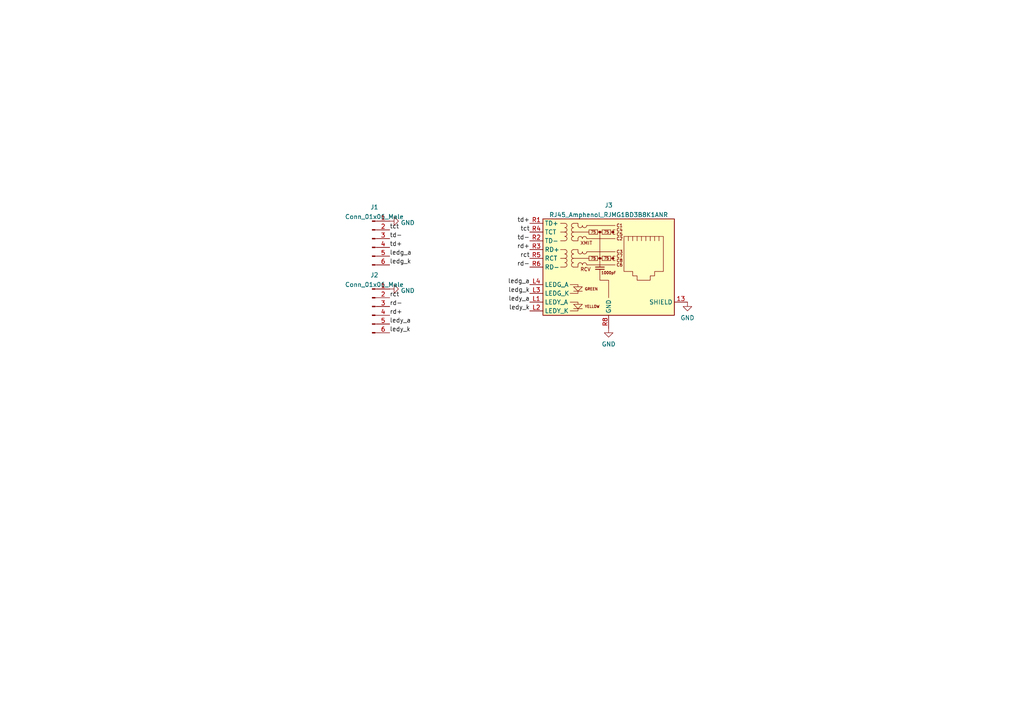
<source format=kicad_sch>
(kicad_sch (version 20211123) (generator eeschema)
  (paper "A4")
  (lib_symbols
    (symbol "Connector:Conn_01x06_Male" (pin_names (offset 1.016) hide)
      (property "Reference" "J" (at 0 7.62 0))
      (property "Value" "Conn_01x06_Male" (at 0 -10.16 0))
      (symbol "Conn_01x06_Male_1_1"
        (polyline (pts (xy 1.27 -7.62) (xy 0.8636 -7.62)) (stroke (width 0.1524)))
        (polyline (pts (xy 1.27 -5.08) (xy 0.8636 -5.08)) (stroke (width 0.1524)))
        (polyline (pts (xy 1.27 -2.54) (xy 0.8636 -2.54)) (stroke (width 0.1524)))
        (polyline (pts (xy 1.27 0) (xy 0.8636 0)) (stroke (width 0.1524)))
        (polyline (pts (xy 1.27 2.54) (xy 0.8636 2.54)) (stroke (width 0.1524)))
        (polyline (pts (xy 1.27 5.08) (xy 0.8636 5.08)) (stroke (width 0.1524)))
        (rectangle (start 0.8636 -7.493) (end 0 -7.747) (stroke (width 0.1524)) (fill (type outline)))
        (rectangle (start 0.8636 -4.953) (end 0 -5.207) (stroke (width 0.1524)) (fill (type outline)))
        (rectangle (start 0.8636 -2.413) (end 0 -2.667) (stroke (width 0.1524)) (fill (type outline)))
        (rectangle (start 0.8636 0.127) (end 0 -0.127) (stroke (width 0.1524)) (fill (type outline)))
        (rectangle (start 0.8636 2.667) (end 0 2.413) (stroke (width 0.1524)) (fill (type outline)))
        (rectangle (start 0.8636 5.207) (end 0 4.953) (stroke (width 0.1524)) (fill (type outline)))
        (pin passive line (at 5.08 5.08 180) (length 3.81) (name "Pin_1") (number "1"))
        (pin passive line (at 5.08 2.54 180) (length 3.81) (name "Pin_2") (number "2"))
        (pin passive line (at 5.08 0 180) (length 3.81) (name "Pin_3") (number "3"))
        (pin passive line (at 5.08 -2.54 180) (length 3.81) (name "Pin_4") (number "4"))
        (pin passive line (at 5.08 -5.08 180) (length 3.81) (name "Pin_5") (number "5"))
        (pin passive line (at 5.08 -7.62 180) (length 3.81) (name "Pin_6") (number "6"))
      )
    )
    (symbol "Connector:RJ45_Amphenol_RJMG1BD3B8K1ANR"
      (property "Reference" "J" (at 19.05 15.24 0))
      (property "Value" "RJ45_Amphenol_RJMG1BD3B8K1ANR" (at -19.05 15.24 0))
      (symbol "RJ45_Amphenol_RJMG1BD3B8K1ANR_0_0"
        (circle (center -2.54 2.54) (radius 0.254) (stroke (width 0.254)) (fill (type outline)))
        (circle (center -2.54 10.16) (radius 0.254) (stroke (width 0.254)) (fill (type outline)))
        (polyline (pts (xy -7.62 -12.065) (xy -10.16 -12.065)))
        (polyline (pts (xy -7.62 -6.985) (xy -10.16 -6.985)))
        (polyline (pts (xy -2.54 10.16) (xy -2.54 0)))
        (polyline (pts (xy -1.27 -0.635) (xy -3.81 -0.635)) (stroke (width 0.254)))
        (polyline (pts (xy -1.27 0) (xy -3.81 0)) (stroke (width 0.254)))
        (polyline (pts (xy 1.27 2.54) (xy 0.635 2.54)))
        (polyline (pts (xy 1.27 10.16) (xy 0.635 10.16)))
        (polyline (pts (xy -11.176 -12.7) (xy -8.89 -12.7) (xy -8.89 -12.065)))
        (polyline (pts (xy -11.176 -10.16) (xy -8.89 -10.16) (xy -8.89 -10.795)))
        (polyline (pts (xy -11.176 -5.08) (xy -8.89 -5.08) (xy -8.89 -5.715)))
        (polyline (pts (xy -8.89 -6.985) (xy -8.89 -7.62) (xy -11.176 -7.62)))
        (polyline (pts (xy -10.16 -5.715) (xy -7.62 -5.715) (xy -8.89 -6.985) (xy -10.16 -5.715)))
        (polyline (pts (xy -7.62 -10.795) (xy -10.16 -10.795) (xy -8.89 -12.065) (xy -7.62 -10.795)))
        (polyline (pts (xy -2.54 -0.635) (xy -2.54 -3.81) (xy 0 -3.81) (xy 0 -8.89)))
        (polyline (pts (xy 1.905 3.175) (xy 1.27 3.175) (xy 1.27 1.905) (xy 1.905 1.905)))
        (polyline (pts (xy 1.905 10.795) (xy 1.27 10.795) (xy 1.27 9.525) (xy 1.905 9.525)))
        (circle (center 1.27 2.54) (radius 0.254) (stroke (width 0.254)) (fill (type outline)))
        (circle (center 1.27 10.16) (radius 0.254) (stroke (width 0.254)) (fill (type outline)))
        (text "1000pF" (at 0 -1.651 0) (effects (font (size 0.762 0.762))))
        (text "75" (at -4.445 2.54 0) (effects (font (size 0.762 0.762))))
        (text "75" (at -4.445 10.16 0) (effects (font (size 0.762 0.762))))
        (text "75" (at -0.635 2.54 0) (effects (font (size 0.762 0.762))))
        (text "75" (at -0.635 10.16 0) (effects (font (size 0.762 0.762))))
        (text "C1" (at 3.175 12.065 0) (effects (font (size 0.889 0.889))))
        (text "C2" (at 3.175 8.255 0) (effects (font (size 0.889 0.889))))
        (text "C3" (at 3.175 4.445 0) (effects (font (size 0.889 0.889))))
        (text "C4" (at 3.175 10.795 0) (effects (font (size 0.889 0.889))))
        (text "C5" (at 3.175 9.525 0) (effects (font (size 0.889 0.889))))
        (text "C6" (at 3.175 0.635 0) (effects (font (size 0.889 0.889))))
        (text "C7" (at 3.175 3.175 0) (effects (font (size 0.889 0.889))))
        (text "C8" (at 3.175 1.905 0) (effects (font (size 0.889 0.889))))
        (text "GREEN" (at -6.985 -6.35 0) (effects (font (size 0.762 0.762)) (justify left)))
        (text "RCV" (at -8.255 -0.635 0) (effects (font (size 1.016 1.016)) (justify left)))
        (text "XMIT" (at -8.255 6.985 0) (effects (font (size 1.016 1.016)) (justify left)))
        (text "YELLOW" (at -6.985 -11.43 0) (effects (font (size 0.762 0.762)) (justify left)))
      )
      (symbol "RJ45_Amphenol_RJMG1BD3B8K1ANR_0_1"
        (rectangle (start -19.05 -13.97) (end 19.05 13.97) (stroke (width 0.254)) (fill (type background)))
        (arc (start -12.7 0) (mid -12.065 0.635) (end -12.7 1.27))
        (arc (start -12.7 1.27) (mid -12.065 1.905) (end -12.7 2.54))
        (arc (start -12.7 2.54) (mid -12.065 3.175) (end -12.7 3.81))
        (arc (start -12.7 3.81) (mid -12.065 4.445) (end -12.7 5.08))
        (arc (start -12.7 7.62) (mid -12.065 8.255) (end -12.7 8.89))
        (arc (start -12.7 8.89) (mid -12.065 9.525) (end -12.7 10.16))
        (arc (start -12.7 10.16) (mid -12.065 10.795) (end -12.7 11.43))
        (arc (start -12.7 11.43) (mid -12.065 12.065) (end -12.7 12.7))
        (arc (start -10.16 1.27) (mid -10.795 0.635) (end -10.16 0))
        (arc (start -10.16 2.54) (mid -10.795 1.905) (end -10.16 1.27))
        (arc (start -10.16 3.81) (mid -10.795 3.175) (end -10.16 2.54))
        (arc (start -10.16 5.08) (mid -10.795 4.445) (end -10.16 3.81))
        (arc (start -10.16 8.89) (mid -10.795 8.255) (end -10.16 7.62))
        (arc (start -10.16 10.16) (mid -10.795 9.525) (end -10.16 8.89))
        (arc (start -10.16 11.43) (mid -10.795 10.795) (end -10.16 10.16))
        (arc (start -10.16 12.7) (mid -10.795 12.065) (end -10.16 11.43))
        (arc (start -8.89 4.445) (mid -8.255 3.81) (end -7.62 4.445))
        (arc (start -8.89 12.065) (mid -8.255 11.43) (end -7.62 12.065))
        (arc (start -7.62 0.635) (mid -8.255 1.27) (end -8.89 0.635))
        (arc (start -7.62 4.445) (mid -6.985 3.81) (end -6.35 4.445))
        (arc (start -7.62 8.255) (mid -8.255 8.89) (end -8.89 8.255))
        (arc (start -7.62 12.065) (mid -6.985 11.43) (end -6.35 12.065))
        (arc (start -6.35 0.635) (mid -6.985 1.27) (end -7.62 0.635))
        (arc (start -6.35 8.255) (mid -6.985 8.89) (end -7.62 8.255))
        (rectangle (start -5.715 3.175) (end -3.175 1.905))
        (rectangle (start -5.715 10.795) (end -3.175 9.525))
        (rectangle (start -1.905 3.175) (end 0.635 1.905))
        (rectangle (start -1.905 10.795) (end 0.635 9.525))
        (polyline (pts (xy -12.7 0) (xy -13.97 0)))
        (polyline (pts (xy -12.7 2.54) (xy -13.97 2.54)))
        (polyline (pts (xy -12.7 5.08) (xy -13.97 5.08)))
        (polyline (pts (xy -12.7 7.62) (xy -13.97 7.62)))
        (polyline (pts (xy -12.7 10.16) (xy -13.97 10.16)))
        (polyline (pts (xy -12.7 12.7) (xy -13.97 12.7)))
        (polyline (pts (xy -6.35 0.635) (xy 1.905 0.635)))
        (polyline (pts (xy -6.35 4.445) (xy 1.905 4.445)))
        (polyline (pts (xy -6.35 8.255) (xy 1.905 8.255)))
        (polyline (pts (xy -6.35 12.065) (xy 1.905 12.065)))
        (polyline (pts (xy -5.715 2.54) (xy -10.16 2.54)))
        (polyline (pts (xy -5.715 10.16) (xy -10.16 10.16)))
        (polyline (pts (xy -3.175 2.54) (xy -1.905 2.54)))
        (polyline (pts (xy -3.175 10.16) (xy -1.905 10.16)))
        (polyline (pts (xy 5.715 7.62) (xy 5.715 8.89)))
        (polyline (pts (xy 6.985 8.89) (xy 6.985 7.62)))
        (polyline (pts (xy 8.255 8.89) (xy 8.255 7.62)))
        (polyline (pts (xy 9.525 8.89) (xy 9.525 7.62)))
        (polyline (pts (xy 10.795 8.89) (xy 10.795 7.62)))
        (polyline (pts (xy 12.065 8.89) (xy 12.065 7.62)))
        (polyline (pts (xy 13.335 7.62) (xy 13.335 8.89)))
        (polyline (pts (xy 14.605 7.62) (xy 14.605 8.89)))
        (polyline (pts (xy -10.16 5.08) (xy -8.89 5.08) (xy -8.89 4.445)))
        (polyline (pts (xy -10.16 12.7) (xy -8.89 12.7) (xy -8.89 12.065)))
        (polyline (pts (xy -8.89 0.635) (xy -8.89 0) (xy -10.16 0)))
        (polyline (pts (xy -8.89 8.255) (xy -8.89 7.62) (xy -10.16 7.62)))
        (polyline (pts (xy 4.445 8.89) (xy 15.875 8.89) (xy 15.875 -1.27) (xy 13.335 -1.27) (xy 13.335 -2.54) (xy 12.065 -2.54) (xy 12.065 -3.81) (xy 8.255 -3.81) (xy 8.255 -2.54) (xy 6.985 -2.54) (xy 6.985 -1.27) (xy 4.445 -1.27) (xy 4.445 8.89)))
      )
      (symbol "RJ45_Amphenol_RJMG1BD3B8K1ANR_1_1"
        (pin passive line (at 22.86 -10.16 180) (length 3.81) (name "SHIELD") (number "13"))
        (pin passive line (at -22.86 -10.16 0) (length 3.81) (name "LEDY_A") (number "L1"))
        (pin passive line (at -22.86 -12.7 0) (length 3.81) (name "LEDY_K") (number "L2"))
        (pin passive line (at -22.86 -7.62 0) (length 3.81) (name "LEDG_K") (number "L3"))
        (pin passive line (at -22.86 -5.08 0) (length 3.81) (name "LEDG_A") (number "L4"))
        (pin passive line (at -22.86 12.7 0) (length 3.81) (name "TD+") (number "R1"))
        (pin passive line (at -22.86 7.62 0) (length 3.81) (name "TD-") (number "R2"))
        (pin passive line (at -22.86 5.08 0) (length 3.81) (name "RD+") (number "R3"))
        (pin passive line (at -22.86 10.16 0) (length 3.81) (name "TCT") (number "R4"))
        (pin passive line (at -22.86 2.54 0) (length 3.81) (name "RCT") (number "R5"))
        (pin passive line (at -22.86 0 0) (length 3.81) (name "RD-") (number "R6"))
        (pin no_connect line (at 5.08 -5.08 0) (length 0) hide (name "NC") (number "R7"))
        (pin power_in line (at 0 -17.78 90) (length 3.81) (name "GND") (number "R8"))
      )
    )
    (symbol "power:GND" (power) (pin_names (offset 0))
      (property "Value" "GND" (at 0 -3.81 0))
      (symbol "GND_0_1"
        (polyline (pts (xy 0 0) (xy 0 -1.27) (xy 1.27 -1.27) (xy 0 -2.54) (xy -1.27 -1.27) (xy 0 -1.27)))
      )
      (symbol "GND_1_1"
        (pin power_in line (at 0 0 270) (length 0) hide (name "GND") (number "1"))
      )
    )
  )
  (label "rct" (at 153.67 74.93 180))
  (label "tct" (at 153.67 67.31 180))
  (label "td-" (at 153.67 69.85 180))
  (label "ledy_a" (at 153.67 87.63 180))
  (label "tct" (at 113.03 66.675 0))
  (label "rd-" (at 153.67 77.47 180))
  (label "ledg_k" (at 153.67 85.09 180))
  (label "ledy_k" (at 153.67 90.17 180))
  (label "ledg_k" (at 113.03 76.835 0))
  (label "ledg_a" (at 153.67 82.55 180))
  (label "ledg_a" (at 113.03 74.295 0))
  (label "rct" (at 113.03 86.36 0))
  (label "ledy_a" (at 113.03 93.98 0))
  (label "td-" (at 113.03 69.215 0))
  (label "rd+" (at 153.67 72.39 180))
  (label "rd+" (at 113.03 91.44 0))
  (label "td+" (at 153.67 64.77 180))
  (label "ledy_k" (at 113.03 96.52 0))
  (label "td+" (at 113.03 71.755 0))
  (label "rd-" (at 113.03 88.9 0))
  (symbol (lib_id "Connector:RJ45_Amphenol_RJMG1BD3B8K1ANR") (at 176.53 77.47 0) (unit 1)
    (property "Reference" "J3" (at 176.53 59.5335 0))
    (property "Value" "RJ45_Amphenol_RJMG1BD3B8K1ANR" (at 176.53 62.3086 0))
    (property "Footprint" "Connector_RJ:RJ45_Amphenol_RJMG1BD3B8K1ANR" (effects hide))
    (property "Datasheet" "https://www.amphenolcanada.com/ProductSearch/Drawings/AC/RJMG1BD3B8K1ANR.PDF" (effects hide))
  )
  (symbol (lib_id "power:GND") (at 113.03 83.82 90) (unit 1)
    (property "Reference" "#PWR02" (effects hide))
    (property "Value" "GND" (at 116.205 84.299 90) (effects (justify right)))
  )
  (symbol (lib_id "power:GND") (at 199.39 87.63 0) (unit 1)
    (property "Reference" "#PWR04" (effects hide))
    (property "Value" "GND" (at 199.39 92.1925 0))
  )
  (symbol (lib_id "power:GND") (at 113.03 64.135 90) (unit 1)
    (property "Reference" "#PWR01" (effects hide))
    (property "Value" "GND" (at 116.205 64.614 90) (effects (justify right)))
  )
  (symbol (lib_id "power:GND") (at 176.53 95.25 0) (unit 1)
    (property "Reference" "#PWR03" (effects hide))
    (property "Value" "GND" (at 176.53 99.8125 0))
  )
  (symbol (lib_id "Connector:Conn_01x06_Male") (at 107.95 88.9 0) (unit 1)
    (property "Reference" "J2" (at 108.585 79.7773 0))
    (property "Value" "Conn_01x06_Male" (at 108.585 82.5524 0))
    (property "Footprint" "Connector_PinHeader_2.54mm:PinHeader_1x06_P2.54mm_Vertical" (effects hide))
  )
  (symbol (lib_id "Connector:Conn_01x06_Male") (at 107.95 69.215 0) (unit 1)
    (property "Reference" "J1" (at 108.585 60.0923 0))
    (property "Value" "Conn_01x06_Male" (at 108.585 62.8674 0))
    (property "Footprint" "Connector_PinHeader_2.54mm:PinHeader_1x06_P2.54mm_Vertical" (effects hide))
  )
)
</source>
